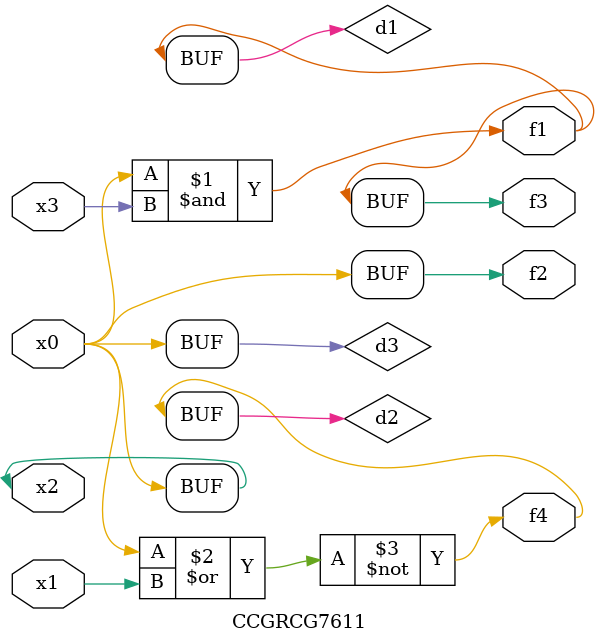
<source format=v>
module CCGRCG7611(
	input x0, x1, x2, x3,
	output f1, f2, f3, f4
);

	wire d1, d2, d3;

	and (d1, x2, x3);
	nor (d2, x0, x1);
	buf (d3, x0, x2);
	assign f1 = d1;
	assign f2 = d3;
	assign f3 = d1;
	assign f4 = d2;
endmodule

</source>
